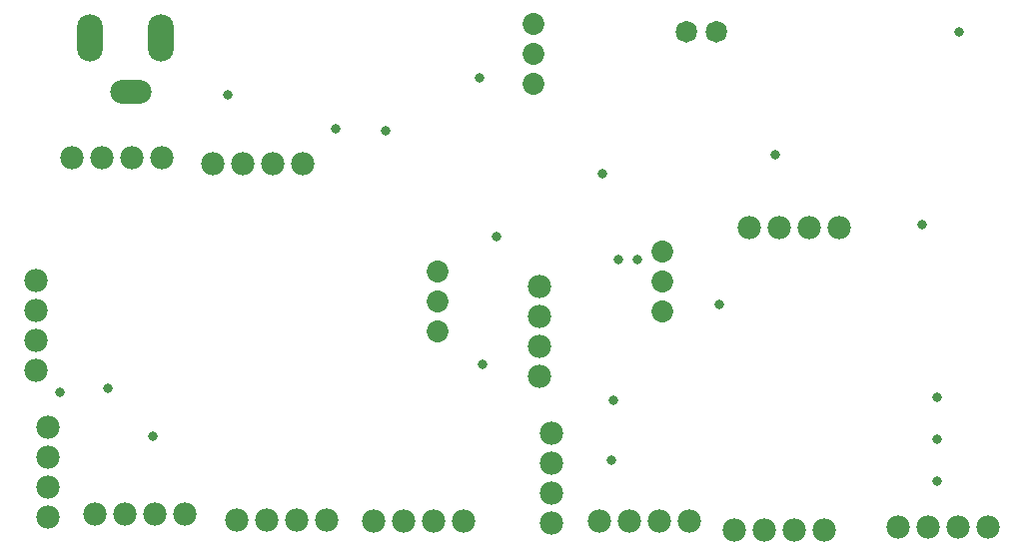
<source format=gbs>
G04*
G04 #@! TF.GenerationSoftware,Altium Limited,Altium Designer,23.8.1 (32)*
G04*
G04 Layer_Color=16711935*
%FSLAX44Y44*%
%MOMM*%
G71*
G04*
G04 #@! TF.SameCoordinates,CBBC78E8-B8C5-4662-8ADF-5789773BA4AE*
G04*
G04*
G04 #@! TF.FilePolarity,Negative*
G04*
G01*
G75*
%ADD25C,0.0000*%
%ADD32C,1.9812*%
%ADD33C,1.8532*%
%ADD34C,1.8232*%
%ADD35O,2.2032X4.0032*%
%ADD36O,3.5032X2.0032*%
%ADD37C,0.8382*%
D25*
X595351Y462280D02*
G03*
X595351Y462280I-8611J0D01*
G01*
X620751D02*
G03*
X620751Y462280I-8611J0D01*
G01*
D32*
X346710Y46990D02*
D03*
X321310D02*
D03*
X397510D02*
D03*
X372110D02*
D03*
X231140Y48260D02*
D03*
X205740D02*
D03*
X281940D02*
D03*
X256540D02*
D03*
X791210Y41910D02*
D03*
X765810D02*
D03*
X842010D02*
D03*
X816610D02*
D03*
X652780Y39370D02*
D03*
X627380D02*
D03*
X703580D02*
D03*
X678180D02*
D03*
X665480Y295910D02*
D03*
X640080D02*
D03*
X716280D02*
D03*
X690880D02*
D03*
X210820Y350520D02*
D03*
X185420D02*
D03*
X261620D02*
D03*
X236220D02*
D03*
X110490Y53340D02*
D03*
X85090D02*
D03*
X161290D02*
D03*
X135890D02*
D03*
X45720Y101600D02*
D03*
Y127000D02*
D03*
Y50800D02*
D03*
Y76200D02*
D03*
X35560Y200660D02*
D03*
Y175260D02*
D03*
Y251460D02*
D03*
Y226060D02*
D03*
X462280Y195580D02*
D03*
Y170180D02*
D03*
Y246380D02*
D03*
Y220980D02*
D03*
X472440Y96520D02*
D03*
Y121920D02*
D03*
Y45720D02*
D03*
Y71120D02*
D03*
X538480Y46990D02*
D03*
X513080D02*
D03*
X589280D02*
D03*
X563880D02*
D03*
X116840Y355600D02*
D03*
X142240D02*
D03*
X66040D02*
D03*
X91440D02*
D03*
D33*
X457200Y417830D02*
D03*
Y443230D02*
D03*
Y468630D02*
D03*
X375920Y208280D02*
D03*
Y233680D02*
D03*
Y259080D02*
D03*
X566420Y224790D02*
D03*
Y250190D02*
D03*
Y275590D02*
D03*
D34*
X586740Y462280D02*
D03*
X612140D02*
D03*
D35*
X141280Y457200D02*
D03*
X81280D02*
D03*
D36*
X116280Y410700D02*
D03*
D37*
X96520Y160020D02*
D03*
X134620Y119380D02*
D03*
X515620Y341630D02*
D03*
X798830Y116840D02*
D03*
Y81280D02*
D03*
Y152400D02*
D03*
X425450Y288290D02*
D03*
X545465Y269240D02*
D03*
X786130Y298450D02*
D03*
X55880Y156210D02*
D03*
X523240Y99060D02*
D03*
X528955Y269240D02*
D03*
X614680Y231140D02*
D03*
X331470Y378460D02*
D03*
X524510Y149860D02*
D03*
X414020Y180340D02*
D03*
X661670Y358140D02*
D03*
X817880Y462280D02*
D03*
X411480Y422910D02*
D03*
X198120Y408940D02*
D03*
X289560Y379730D02*
D03*
M02*

</source>
